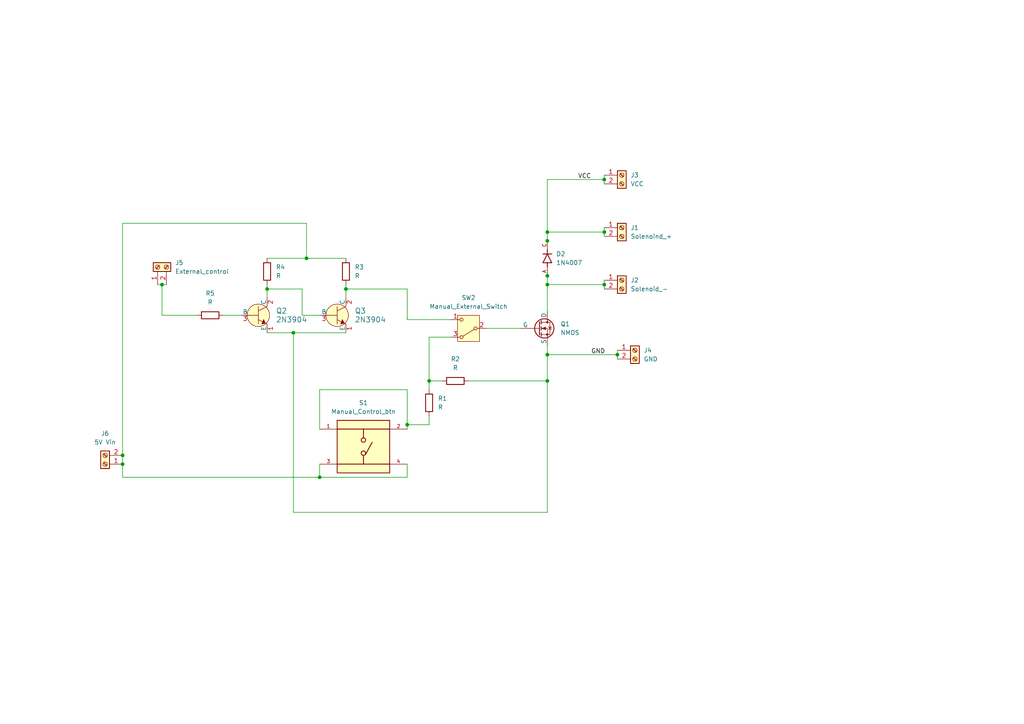
<source format=kicad_sch>
(kicad_sch (version 20231120) (generator "eeschema") (generator_version "8.0")
  (paper "A4")
  (lib_symbols
    (symbol "1N4007:1N4007" (pin_names (offset 1.016))
      (property "Reference" "D" (at -5.086 5.086 0))
      (property "Value" "1N4007" (at -5.0865 -5.0865 0))
      (symbol "1N4007_0_0"
        (polyline (pts (xy -2.54 0) (xy -1.27 0)) (stroke (width 0.254)))
        (polyline (pts (xy -1.27 -1.27) (xy 1.27 0)) (stroke (width 0.254)))
        (polyline (pts (xy -1.27 0) (xy -1.27 -1.27)) (stroke (width 0.254)))
        (polyline (pts (xy -1.27 1.27) (xy -1.27 0)) (stroke (width 0.254)))
        (polyline (pts (xy 1.27 0) (xy -1.27 1.27)) (stroke (width 0.254)))
        (polyline (pts (xy 1.27 0) (xy 1.27 -1.27)) (stroke (width 0.254)))
        (polyline (pts (xy 1.27 0) (xy 2.54 0)) (stroke (width 0.254)))
        (polyline (pts (xy 1.27 1.27) (xy 1.27 0)) (stroke (width 0.254)))
        (pin passive line (at -5.08 0 0) (length 2.54) (name "~") (number "A"))
        (pin passive line (at 5.08 0 180) (length 2.54) (name "~") (number "C"))
      )
    )
    (symbol "Connector:Screw_Terminal_01x02" (pin_names (offset 1.016) hide)
      (property "Reference" "J" (at 0 2.54 0))
      (property "Value" "Screw_Terminal_01x02" (at 0 -5.08 0))
      (symbol "Screw_Terminal_01x02_1_1"
        (rectangle (start -1.27 1.27) (end 1.27 -3.81) (stroke (width 0.254)) (fill (type background)))
        (circle (center 0 -2.54) (radius 0.635) (stroke (width 0.1524)))
        (polyline (pts (xy -0.5334 -2.2098) (xy 0.3302 -3.048)) (stroke (width 0.1524)))
        (polyline (pts (xy -0.5334 0.3302) (xy 0.3302 -0.508)) (stroke (width 0.1524)))
        (polyline (pts (xy -0.3556 -2.032) (xy 0.508 -2.8702)) (stroke (width 0.1524)))
        (polyline (pts (xy -0.3556 0.508) (xy 0.508 -0.3302)) (stroke (width 0.1524)))
        (circle (center 0 0) (radius 0.635) (stroke (width 0.1524)))
        (pin passive line (at -5.08 0 0) (length 3.81) (name "Pin_1") (number "1"))
        (pin passive line (at -5.08 -2.54 0) (length 3.81) (name "Pin_2") (number "2"))
      )
    )
    (symbol "Device:R" (pin_numbers hide) (pin_names (offset 0))
      (property "Reference" "R" (at 2.032 0 90))
      (property "Value" "R" (at 0 0 90))
      (symbol "R_0_1"
        (rectangle (start -1.016 -2.54) (end 1.016 2.54) (stroke (width 0.254)))
      )
      (symbol "R_1_1"
        (pin passive line (at 0 3.81 270) (length 1.27) (name "~") (number "1"))
        (pin passive line (at 0 -3.81 90) (length 1.27) (name "~") (number "2"))
      )
    )
    (symbol "Simulation_SPICE:NMOS" (pin_numbers hide) (pin_names (offset 0))
      (property "Reference" "Q" (at 5.08 1.27 0))
      (property "Value" "NMOS" (at 5.08 -1.27 0))
      (symbol "NMOS_0_1"
        (polyline (pts (xy 0.254 0) (xy -2.54 0)))
        (polyline (pts (xy 0.254 1.905) (xy 0.254 -1.905)) (stroke (width 0.254)))
        (polyline (pts (xy 0.762 -1.27) (xy 0.762 -2.286)) (stroke (width 0.254)))
        (polyline (pts (xy 0.762 0.508) (xy 0.762 -0.508)) (stroke (width 0.254)))
        (polyline (pts (xy 0.762 2.286) (xy 0.762 1.27)) (stroke (width 0.254)))
        (polyline (pts (xy 2.54 2.54) (xy 2.54 1.778)))
        (polyline (pts (xy 2.54 -2.54) (xy 2.54 0) (xy 0.762 0)))
        (polyline (pts (xy 0.762 -1.778) (xy 3.302 -1.778) (xy 3.302 1.778) (xy 0.762 1.778)))
        (polyline (pts (xy 1.016 0) (xy 2.032 0.381) (xy 2.032 -0.381) (xy 1.016 0)) (fill (type outline)))
        (polyline (pts (xy 2.794 0.508) (xy 2.921 0.381) (xy 3.683 0.381) (xy 3.81 0.254)))
        (polyline (pts (xy 3.302 0.381) (xy 2.921 -0.254) (xy 3.683 -0.254) (xy 3.302 0.381)))
        (circle (center 1.651 0) (radius 2.794) (stroke (width 0.254)))
        (circle (center 2.54 -1.778) (radius 0.254) (fill (type outline)))
        (circle (center 2.54 1.778) (radius 0.254) (fill (type outline)))
      )
      (symbol "NMOS_1_1"
        (pin passive line (at 2.54 5.08 270) (length 2.54) (name "D") (number "1"))
        (pin input line (at -5.08 0 0) (length 2.54) (name "G") (number "2"))
        (pin passive line (at 2.54 -5.08 90) (length 2.54) (name "S") (number "3"))
      )
    )
    (symbol "Switch:SW_Nidec_CAS-120A1" (pin_names (offset 1) hide)
      (property "Reference" "SW" (at 0 4.318 0))
      (property "Value" "SW_Nidec_CAS-120A1" (at 0 -5.08 0))
      (symbol "SW_Nidec_CAS-120A1_0_1"
        (circle (center -2.032 0) (radius 0.4572))
        (polyline (pts (xy -1.651 0.254) (xy 1.651 2.286)))
        (circle (center 2.032 -2.54) (radius 0.4572))
        (circle (center 2.032 2.54) (radius 0.4572))
      )
      (symbol "SW_Nidec_CAS-120A1_1_1"
        (rectangle (start -3.175 3.81) (end 3.175 -3.81) (fill (type background)))
        (pin passive line (at 5.08 -2.54 180) (length 2.54) (name "C") (number "1"))
        (pin passive line (at -5.08 0 0) (length 2.54) (name "B") (number "2"))
        (pin passive line (at 5.08 2.54 180) (length 2.54) (name "A") (number "3"))
      )
    )
    (symbol "TS02-66-50-BK-160-LCR-D:TS02-66-50-BK-160-LCR-D" (pin_names (offset 1.016))
      (property "Reference" "S" (at -7.62 8.382 0))
      (property "Value" "TS02-66-50-BK-160-LCR-D" (at -7.62 -8.382 0))
      (symbol "TS02-66-50-BK-160-LCR-D_0_0"
        (rectangle (start -7.62 -7.62) (end 7.62 7.62) (stroke (width 0.254)) (fill (type background)))
        (circle (center 0 -1.905) (radius 0.635) (stroke (width 0.254)))
        (polyline (pts (xy 0 -5.08) (xy -7.62 -5.08)) (stroke (width 0.254)))
        (polyline (pts (xy 0 -5.08) (xy 7.62 -5.08)) (stroke (width 0.254)))
        (polyline (pts (xy 0 -2.54) (xy 0 -5.08)) (stroke (width 0.254)))
        (polyline (pts (xy 0 5.08) (xy -7.62 5.08)) (stroke (width 0.254)))
        (polyline (pts (xy 0 5.08) (xy 0 2.54)) (stroke (width 0.254)))
        (polyline (pts (xy 0 5.08) (xy 7.62 5.08)) (stroke (width 0.254)))
        (polyline (pts (xy 0.635 -2.2225) (xy 2.54 1.27)) (stroke (width 0.254)))
        (circle (center 0 1.905) (radius 0.635) (stroke (width 0.254)))
        (pin passive line (at -12.7 5.08 0) (length 5.08) (name "~") (number "1"))
        (pin passive line (at 12.7 5.08 180) (length 5.08) (name "~") (number "2"))
        (pin passive line (at -12.7 -5.08 0) (length 5.08) (name "~") (number "3"))
        (pin passive line (at 12.7 -5.08 180) (length 5.08) (name "~") (number "4"))
      )
    )
    (symbol "dk_Transistors-Bipolar-BJT-Single:2N3904" (pin_names (offset 0))
      (property "Reference" "Q" (at -3.2004 4.2164 0))
      (property "Value" "2N3904" (at 5.2324 0 90))
      (symbol "2N3904_0_1"
        (polyline (pts (xy -3.81 0) (xy -2.54 0)))
        (polyline (pts (xy -3.556 0) (xy 0 0)))
        (polyline (pts (xy 0 -1.27) (xy 2.54 -2.54)))
        (polyline (pts (xy 0 1.27) (xy 2.54 2.54)))
        (polyline (pts (xy 0 2.54) (xy 0 -2.54)))
        (polyline (pts (xy 1.524 -1.27) (xy 2.032 -2.286) (xy 1.016 -2.54) (xy 1.524 -1.27)) (fill (type outline)))
        (circle (center 0 0) (radius 3.2512) (fill (type background)))
      )
      (symbol "2N3904_1_1"
        (pin passive line (at 2.54 -5.08 90) (length 2.54) (name "E") (number "1"))
        (pin passive line (at 2.54 5.08 270) (length 2.54) (name "C") (number "2"))
        (pin input line (at -5.08 0 0) (length 2.54) (name "B") (number "3"))
      )
    )
  )
  (junction (at 85.09 96.52))
  (junction (at 124.46 110.49))
  (junction (at 100.33 83.82))
  (junction (at 158.75 110.49))
  (junction (at 77.47 83.82))
  (junction (at 88.9 74.93))
  (junction (at 158.75 102.87))
  (junction (at 35.56 134.62))
  (junction (at 158.75 80.01))
  (junction (at 158.75 69.85))
  (junction (at 92.71 138.43))
  (junction (at 158.75 82.55))
  (junction (at 179.07 102.87))
  (junction (at 35.56 132.08))
  (junction (at 175.26 52.07))
  (junction (at 175.26 67.31))
  (junction (at 158.75 67.31))
  (junction (at 118.11 123.19))
  (junction (at 175.26 82.55))
  (junction (at 46.99 82.55))
  (wire (pts (xy 158.75 67.31) (xy 158.75 52.07)))
  (wire (pts (xy 35.56 64.77) (xy 35.56 132.08)))
  (wire (pts (xy 158.75 100.33) (xy 158.75 102.87)))
  (wire (pts (xy 118.11 113.03) (xy 118.11 123.19)))
  (wire (pts (xy 158.75 148.59) (xy 85.09 148.59)))
  (wire (pts (xy 175.26 66.04) (xy 175.26 67.31)))
  (wire (pts (xy 92.71 113.03) (xy 118.11 113.03)))
  (wire (pts (xy 88.9 74.93) (xy 88.9 64.77)))
  (wire (pts (xy 124.46 113.03) (xy 124.46 110.49)))
  (wire (pts (xy 158.75 102.87) (xy 158.75 110.49)))
  (wire (pts (xy 124.46 120.65) (xy 124.46 123.19)))
  (wire (pts (xy 175.26 50.8) (xy 175.26 52.07)))
  (wire (pts (xy 88.9 64.77) (xy 35.56 64.77)))
  (wire (pts (xy 46.99 82.55) (xy 48.26 82.55)))
  (wire (pts (xy 118.11 92.71) (xy 130.81 92.71)))
  (wire (pts (xy 88.9 74.93) (xy 100.33 74.93)))
  (wire (pts (xy 35.56 132.08) (xy 35.56 134.62)))
  (wire (pts (xy 179.07 102.87) (xy 179.07 104.14)))
  (wire (pts (xy 175.26 52.07) (xy 175.26 53.34)))
  (wire (pts (xy 77.47 74.93) (xy 88.9 74.93)))
  (wire (pts (xy 100.33 83.82) (xy 118.11 83.82)))
  (wire (pts (xy 92.71 138.43) (xy 118.11 138.43)))
  (wire (pts (xy 64.77 91.44) (xy 69.85 91.44)))
  (wire (pts (xy 85.09 96.52) (xy 85.09 148.59)))
  (wire (pts (xy 100.33 83.82) (xy 100.33 86.36)))
  (wire (pts (xy 175.26 67.31) (xy 175.26 68.58)))
  (wire (pts (xy 77.47 82.55) (xy 77.47 83.82)))
  (wire (pts (xy 46.99 82.55) (xy 46.99 91.44)))
  (wire (pts (xy 175.26 81.28) (xy 175.26 82.55)))
  (wire (pts (xy 45.72 82.55) (xy 46.99 82.55)))
  (wire (pts (xy 118.11 123.19) (xy 124.46 123.19)))
  (wire (pts (xy 124.46 97.79) (xy 124.46 110.49)))
  (wire (pts (xy 77.47 96.52) (xy 85.09 96.52)))
  (wire (pts (xy 124.46 110.49) (xy 128.27 110.49)))
  (wire (pts (xy 158.75 78.74) (xy 158.75 80.01)))
  (wire (pts (xy 130.81 97.79) (xy 124.46 97.79)))
  (wire (pts (xy 158.75 80.01) (xy 158.75 82.55)))
  (wire (pts (xy 118.11 92.71) (xy 118.11 83.82)))
  (wire (pts (xy 175.26 82.55) (xy 175.26 83.82)))
  (wire (pts (xy 92.71 124.46) (xy 92.71 113.03)))
  (wire (pts (xy 87.63 83.82) (xy 77.47 83.82)))
  (wire (pts (xy 85.09 96.52) (xy 100.33 96.52)))
  (wire (pts (xy 35.56 138.43) (xy 35.56 134.62)))
  (wire (pts (xy 135.89 110.49) (xy 158.75 110.49)))
  (wire (pts (xy 87.63 91.44) (xy 92.71 91.44)))
  (wire (pts (xy 35.56 138.43) (xy 92.71 138.43)))
  (wire (pts (xy 158.75 82.55) (xy 158.75 90.17)))
  (wire (pts (xy 57.15 91.44) (xy 46.99 91.44)))
  (wire (pts (xy 158.75 69.85) (xy 158.75 67.31)))
  (wire (pts (xy 179.07 102.87) (xy 179.07 101.6)))
  (wire (pts (xy 158.75 71.12) (xy 158.75 69.85)))
  (wire (pts (xy 118.11 134.62) (xy 118.11 138.43)))
  (wire (pts (xy 100.33 82.55) (xy 100.33 83.82)))
  (wire (pts (xy 158.75 102.87) (xy 179.07 102.87)))
  (wire (pts (xy 158.75 67.31) (xy 175.26 67.31)))
  (wire (pts (xy 77.47 83.82) (xy 77.47 86.36)))
  (wire (pts (xy 158.75 52.07) (xy 175.26 52.07)))
  (wire (pts (xy 92.71 134.62) (xy 92.71 138.43)))
  (wire (pts (xy 118.11 124.46) (xy 118.11 123.19)))
  (wire (pts (xy 140.97 95.25) (xy 151.13 95.25)))
  (wire (pts (xy 158.75 110.49) (xy 158.75 148.59)))
  (wire (pts (xy 158.75 82.55) (xy 175.26 82.55)))
  (wire (pts (xy 87.63 91.44) (xy 87.63 83.82)))
  (label "VCC" (at 167.64 52.07 0))
  (label "GND" (at 171.45 102.87 0))
  (symbol (lib_id "1N4007:1N4007") (at 158.75 74.93 90) (unit 1)
    (property "Reference" "D2" (at 161.29 73.6599 90) (effects (justify right)))
    (property "Value" "1N4007" (at 161.29 76.1999 90) (effects (justify right)))
    (property "Footprint" "1N4007:DIOAD1060W80L520D270" (effects (hide yes)))
    (property "MF" "ON Semiconductor" (effects (hide yes)))
    (property "Description_1" "\nDiode Standard 1000V 1A Through Hole DO-204AL (DO-41)\n" (effects (hide yes)))
    (property "Package" "DO-41 onsemi" (effects (hide yes)))
    (property "Price" "None" (effects (hide yes)))
    (property "Check_prices" "https://www.snapeda.com/parts/1N4007/Onsemi/view-part/?ref=eda" (effects (hide yes)))
    (property "STANDARD" "IPC2222A" (effects (hide yes)))
    (property "PARTREV" "G" (effects (hide yes)))
    (property "SnapEDA_Link" "https://www.snapeda.com/parts/1N4007/Onsemi/view-part/?ref=snap" (effects (hide yes)))
    (property "MP" "1N4007" (effects (hide yes)))
    (property "Purchase-URL" "https://www.snapeda.com/api/url_track_click_mouser/?unipart_id=106362&manufacturer=ON Semiconductor&part_name=1N4007&search_term=None" (effects (hide yes)))
    (property "Availability" "In Stock" (effects (hide yes)))
    (property "MANUFACTURER" "ON Semiconductor" (effects (hide yes)))
  )
  (symbol (lib_id "Connector:Screw_Terminal_01x02") (at 184.15 101.6 0) (unit 1)
    (property "Reference" "J4" (at 186.69 101.5999 0) (effects (justify left)))
    (property "Value" "GND" (at 186.69 104.1399 0) (effects (justify left)))
    (property "Footprint" "TerminalBlock_TE-Connectivity:TerminalBlock_TE_282834-2_1x02_P2.54mm_Horizontal" (effects (hide yes)))
    (property "Description" "Generic screw terminal, single row, 01x02, script generated (kicad-library-utils/schlib/autogen/connector/)" (effects (hide yes)))
  )
  (symbol (lib_id "Device:R") (at 77.47 78.74 0) (unit 1)
    (property "Reference" "R4" (at 80.01 77.4699 0) (effects (justify left)))
    (property "Value" "R" (at 80.01 80.0099 0) (effects (justify left)))
    (property "Footprint" "Resistor_THT:R_Axial_DIN0207_L6.3mm_D2.5mm_P10.16mm_Horizontal" (effects (hide yes)))
    (property "Description" "Resistor" (effects (hide yes)))
  )
  (symbol (lib_id "Simulation_SPICE:NMOS") (at 156.21 95.25 0) (unit 1)
    (property "Reference" "Q1" (at 162.56 93.9799 0) (effects (justify left)))
    (property "Value" "NMOS" (at 162.56 96.5199 0) (effects (justify left)))
    (property "Footprint" "IRF540:TO254P1024X444X1989-3" (effects (hide yes)))
    (property "Datasheet" "https://ngspice.sourceforge.io/docs/ngspice-html-manual/manual.xhtml#cha_MOSFETs" (effects (hide yes)))
    (property "Description" "N-MOSFET transistor, drain/source/gate" (effects (hide yes)))
    (property "Sim.Device" "NMOS" (effects (hide yes)))
    (property "Sim.Type" "VDMOS" (effects (hide yes)))
    (property "Sim.Pins" "1=D 2=S 3=G" (effects (hide yes)))
  )
  (symbol (lib_id "dk_Transistors-Bipolar-BJT-Single:2N3904") (at 97.79 91.44 0) (unit 1)
    (property "Reference" "Q3" (at 102.87 90.1699 0) (effects (font (size 1.524 1.524)) (justify left)))
    (property "Value" "2N3904" (at 102.87 92.7099 0) (effects (font (size 1.524 1.524)) (justify left)))
    (property "Footprint" "Package_TO_SOT_THT:TO-92L" (effects (hide yes)))
    (property "Datasheet" "https://my.centralsemi.com/get_document.php?cmp=1&mergetype=pd&mergepath=pd&pdf_id=LSSGP072.PDF" (effects (hide yes)))
    (property "Description" "TRANS NPN 40V TO-92" (effects (hide yes)))
    (property "MPN" "2N3904" (effects (hide yes)))
    (property "Category" "Discrete Semiconductor Products" (effects (hide yes)))
    (property "Family" "Transistors - Bipolar (BJT) - Single" (effects (hide yes)))
    (property "DK_Datasheet_Link" "https://my.centralsemi.com/get_document.php?cmp=1&mergetype=pd&mergepath=pd&pdf_id=LSSGP072.PDF" (effects (hide yes)))
    (property "DK_Detail_Page" "/product-detail/en/central-semiconductor-corp/2N3904/2N3904CS-ND/4806876" (effects (hide yes)))
    (property "Description_1" "TRANS NPN 40V TO-92" (effects (hide yes)))
    (property "Manufacturer" "Central Semiconductor Corp" (effects (hide yes)))
    (property "Status" "Active" (effects (hide yes)))
  )
  (symbol (lib_id "Connector:Screw_Terminal_01x02") (at 180.34 66.04 0) (unit 1)
    (property "Reference" "J1" (at 182.88 66.0399 0) (effects (justify left)))
    (property "Value" "Solenoind_+" (at 182.88 68.5799 0) (effects (justify left)))
    (property "Footprint" "TerminalBlock_TE-Connectivity:TerminalBlock_TE_282834-2_1x02_P2.54mm_Horizontal" (effects (hide yes)))
    (property "Description" "Generic screw terminal, single row, 01x02, script generated (kicad-library-utils/schlib/autogen/connector/)" (effects (hide yes)))
  )
  (symbol (lib_id "Switch:SW_Nidec_CAS-120A1") (at 135.89 95.25 180) (unit 1)
    (property "Reference" "SW2" (at 135.89 86.36 0))
    (property "Value" "Manual_External_Switch" (at 135.89 88.9 0))
    (property "Footprint" "Button_Switch_THT:SW_Slide-03_Wuerth-WS-SLTV_10x2.5x6.4_P2.54mm" (effects (hide yes)))
    (property "Datasheet" "https://www.nidec-components.com/e/catalog/switch/cas.pdf" (effects (hide yes)))
    (property "Description" "Switch, single pole double throw" (effects (hide yes)))
  )
  (symbol (lib_id "Device:R") (at 124.46 116.84 0) (unit 1)
    (property "Reference" "R1" (at 127 115.5699 0) (effects (justify left)))
    (property "Value" "R" (at 127 118.1099 0) (effects (justify left)))
    (property "Footprint" "Resistor_THT:R_Axial_DIN0207_L6.3mm_D2.5mm_P10.16mm_Horizontal" (effects (hide yes)))
    (property "Description" "Resistor" (effects (hide yes)))
  )
  (symbol (lib_id "Device:R") (at 132.08 110.49 90) (unit 1)
    (property "Reference" "R2" (at 132.08 104.14 90))
    (property "Value" "R" (at 132.08 106.68 90))
    (property "Footprint" "Resistor_THT:R_Axial_DIN0207_L6.3mm_D2.5mm_P10.16mm_Horizontal" (effects (hide yes)))
    (property "Description" "Resistor" (effects (hide yes)))
  )
  (symbol (lib_id "Connector:Screw_Terminal_01x02") (at 30.48 134.62 180) (unit 1)
    (property "Reference" "J6" (at 30.48 125.73 0))
    (property "Value" "5V Vin" (at 30.48 128.27 0))
    (property "Footprint" "TerminalBlock_TE-Connectivity:TerminalBlock_TE_282834-2_1x02_P2.54mm_Horizontal" (effects (hide yes)))
    (property "Description" "Generic screw terminal, single row, 01x02, script generated (kicad-library-utils/schlib/autogen/connector/)" (effects (hide yes)))
  )
  (symbol (lib_id "Connector:Screw_Terminal_01x02") (at 180.34 81.28 0) (unit 1)
    (property "Reference" "J2" (at 182.88 81.2799 0) (effects (justify left)))
    (property "Value" "Solenoid_-" (at 182.88 83.8199 0) (effects (justify left)))
    (property "Footprint" "TerminalBlock_TE-Connectivity:TerminalBlock_TE_282834-2_1x02_P2.54mm_Horizontal" (effects (hide yes)))
    (property "Description" "Generic screw terminal, single row, 01x02, script generated (kicad-library-utils/schlib/autogen/connector/)" (effects (hide yes)))
  )
  (symbol (lib_id "Connector:Screw_Terminal_01x02") (at 180.34 50.8 0) (unit 1)
    (property "Reference" "J3" (at 182.88 50.7999 0) (effects (justify left)))
    (property "Value" "VCC" (at 182.88 53.3399 0) (effects (justify left)))
    (property "Footprint" "TerminalBlock_TE-Connectivity:TerminalBlock_TE_282834-2_1x02_P2.54mm_Horizontal" (effects (hide yes)))
    (property "Description" "Generic screw terminal, single row, 01x02, script generated (kicad-library-utils/schlib/autogen/connector/)" (effects (hide yes)))
  )
  (symbol (lib_id "Device:R") (at 60.96 91.44 270) (unit 1)
    (property "Reference" "R5" (at 60.96 85.09 90))
    (property "Value" "R" (at 60.96 87.63 90))
    (property "Footprint" "Resistor_THT:R_Axial_DIN0207_L6.3mm_D2.5mm_P10.16mm_Horizontal" (effects (hide yes)))
    (property "Description" "Resistor" (effects (hide yes)))
  )
  (symbol (lib_id "TS02-66-50-BK-160-LCR-D:TS02-66-50-BK-160-LCR-D") (at 105.41 129.54 0) (unit 1)
    (property "Reference" "S1" (at 105.41 116.84 0))
    (property "Value" "Manual_Control_btn" (at 105.41 119.38 0))
    (property "Footprint" "TS02-66-50-BK-160-LCR-D:SW_TS02-66-50-BK-160-LCR-D" (effects (hide yes)))
    (property "MF" "CUI Devices" (effects (hide yes)))
    (property "Description_1" "6 x 6 mm, 5 mm Actuator Height, 160 gf, Black, Long Crimped, Through Hole, SPST, Tactile Switch" (effects (hide yes)))
    (property "Package" "None" (effects (hide yes)))
    (property "Price" "None" (effects (hide yes)))
    (property "Check_prices" "https://www.snapeda.com/parts/TS02-66-50-BK-160-LCR-D/CUI+Devices/view-part/?ref=eda" (effects (hide yes)))
    (property "STANDARD" "Manufacturer Recommendations" (effects (hide yes)))
    (property "PARTREV" "1.0" (effects (hide yes)))
    (property "SnapEDA_Link" "https://www.snapeda.com/parts/TS02-66-50-BK-160-LCR-D/CUI+Devices/view-part/?ref=snap" (effects (hide yes)))
    (property "MP" "TS02-66-50-BK-160-LCR-D" (effects (hide yes)))
    (property "Purchase-URL" "https://www.snapeda.com/api/url_track_click_mouser/?unipart_id=8666185&manufacturer=CUI Devices&part_name=TS02-66-50-BK-160-LCR-D&search_term=ts02-66-50-bk-160-lcr-d" (effects (hide yes)))
    (property "CUI_purchase_URL" "https://www.cuidevices.com/product/switches/tactile-switches/ts02-66-50-bk-160-lcr-d?utm_source=snapeda.com&utm_medium=referral&utm_campaign=snapedaBOM" (effects (hide yes)))
    (property "Availability" "In Stock" (effects (hide yes)))
    (property "MANUFACTURER" "CUI Devices" (effects (hide yes)))
  )
  (symbol (lib_id "Device:R") (at 100.33 78.74 0) (unit 1)
    (property "Reference" "R3" (at 102.87 77.4699 0) (effects (justify left)))
    (property "Value" "R" (at 102.87 80.0099 0) (effects (justify left)))
    (property "Footprint" "Resistor_THT:R_Axial_DIN0207_L6.3mm_D2.5mm_P10.16mm_Horizontal" (effects (hide yes)))
    (property "Description" "Resistor" (effects (hide yes)))
  )
  (symbol (lib_id "Connector:Screw_Terminal_01x02") (at 45.72 77.47 90) (unit 1)
    (property "Reference" "J5" (at 50.8 76.1999 90) (effects (justify right)))
    (property "Value" "External_control" (at 50.8 78.7399 90) (effects (justify right)))
    (property "Footprint" "TerminalBlock_TE-Connectivity:TerminalBlock_TE_282834-2_1x02_P2.54mm_Horizontal" (effects (hide yes)))
    (property "Description" "Generic screw terminal, single row, 01x02, script generated (kicad-library-utils/schlib/autogen/connector/)" (effects (hide yes)))
  )
  (symbol (lib_id "dk_Transistors-Bipolar-BJT-Single:2N3904") (at 74.93 91.44 0) (unit 1)
    (property "Reference" "Q2" (at 80.01 90.1699 0) (effects (font (size 1.524 1.524)) (justify left)))
    (property "Value" "2N3904" (at 80.01 92.7099 0) (effects (font (size 1.524 1.524)) (justify left)))
    (property "Footprint" "Package_TO_SOT_THT:TO-92L" (effects (hide yes)))
    (property "Datasheet" "https://my.centralsemi.com/get_document.php?cmp=1&mergetype=pd&mergepath=pd&pdf_id=LSSGP072.PDF" (effects (hide yes)))
    (property "Description" "TRANS NPN 40V TO-92" (effects (hide yes)))
    (property "MPN" "2N3904" (effects (hide yes)))
    (property "Category" "Discrete Semiconductor Products" (effects (hide yes)))
    (property "Family" "Transistors - Bipolar (BJT) - Single" (effects (hide yes)))
    (property "DK_Datasheet_Link" "https://my.centralsemi.com/get_document.php?cmp=1&mergetype=pd&mergepath=pd&pdf_id=LSSGP072.PDF" (effects (hide yes)))
    (property "DK_Detail_Page" "/product-detail/en/central-semiconductor-corp/2N3904/2N3904CS-ND/4806876" (effects (hide yes)))
    (property "Description_1" "TRANS NPN 40V TO-92" (effects (hide yes)))
    (property "Manufacturer" "Central Semiconductor Corp" (effects (hide yes)))
    (property "Status" "Active" (effects (hide yes)))
  )
)
</source>
